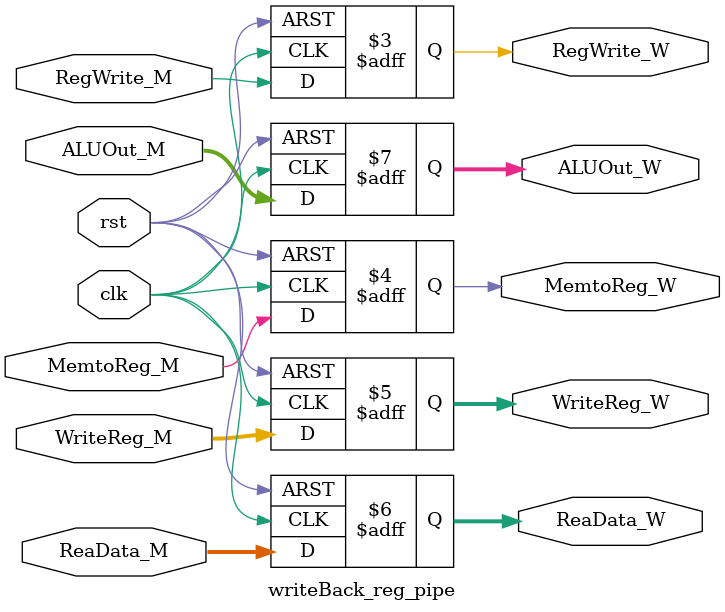
<source format=v>
/*
* Module: Write Back stage pipeline register
* File Name: writeBack_reg_pipe.v
* Description: Register to sparate between memory & writeBack stages.
* Author: Mohamed Elshafie
*/
module writeBack_reg_pipe(
    /************************ Input Ports ************************/

    input wire clk,rst,

    input wire RegWrite_M, MemtoReg_M,

    input wire [4:0] WriteReg_M,

    input wire [31:0] ReaData_M, ALUOut_M,

    /************************ Output Ports ************************/

    output reg RegWrite_W, MemtoReg_W,

    output reg [4:0] WriteReg_W,

    output reg [31:0] ReaData_W, ALUOut_W
);

/************************ Code Start ************************/
always @ (posedge clk or negedge rst)begin
    if(!rst)begin
        RegWrite_W <=1'd0;
        MemtoReg_W <=1'd0;
        WriteReg_W <=5'd0;
        ReaData_W <=32'd0;
        ALUOut_W <=32'd0;
    end
    else begin
        RegWrite_W <= RegWrite_M;
        MemtoReg_W <= MemtoReg_M;
        WriteReg_W <= WriteReg_M;
        ReaData_W <= ReaData_M;
        ALUOut_W <= ALUOut_M;

    end
end


endmodule
</source>
